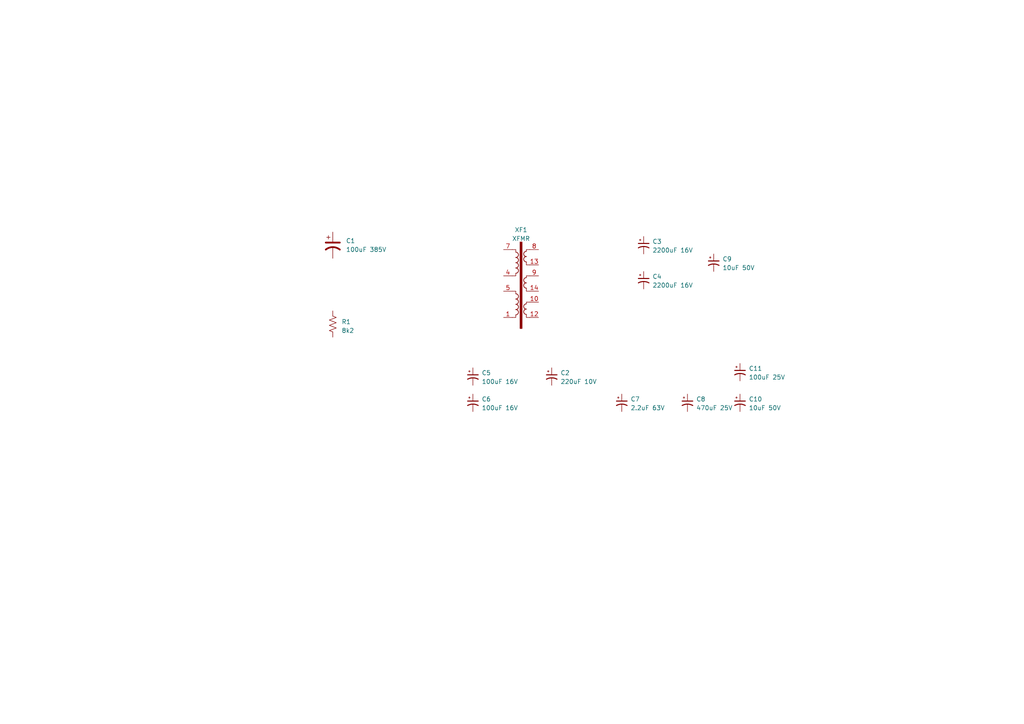
<source format=kicad_sch>
(kicad_sch (version 20230121) (generator eeschema)
  (paper "A4")
  (lib_symbols
    (symbol "Device:C_Polarized_Small_US" (pin_numbers hide) (pin_names (offset 0.254) hide)
      (property "Reference" "C" (at 0.254 1.778 0))
      (property "Value" "C_Polarized_Small_US" (at 0.254 -2.032 0))
      (symbol "C_Polarized_Small_US_0_1"
        (polyline (pts (xy -1.524 0.508) (xy 1.524 0.508)) (stroke (width 0.3048)))
        (polyline (pts (xy -1.27 1.524) (xy -0.762 1.524)))
        (polyline (pts (xy -1.016 1.27) (xy -1.016 1.778)))
        (arc (start 1.524 -0.762) (mid 0 -0.3734) (end -1.524 -0.762) (stroke (width 0.3048)))
      )
      (symbol "C_Polarized_Small_US_1_1"
        (pin passive line (at 0 2.54 270) (length 2.032) (name "~") (number "1"))
        (pin passive line (at 0 -2.54 90) (length 2.032) (name "~") (number "2"))
      )
    )
    (symbol "Device:C_Polarized_US" (pin_numbers hide) (pin_names (offset 0.254) hide)
      (property "Reference" "C" (at 0.635 2.54 0))
      (property "Value" "C_Polarized_US" (at 0.635 -2.54 0))
      (symbol "C_Polarized_US_0_1"
        (polyline (pts (xy -2.032 0.762) (xy 2.032 0.762)) (stroke (width 0.508)))
        (polyline (pts (xy -1.778 2.286) (xy -0.762 2.286)))
        (polyline (pts (xy -1.27 1.778) (xy -1.27 2.794)))
        (arc (start 2.032 -1.27) (mid 0 -0.5572) (end -2.032 -1.27) (stroke (width 0.508)))
      )
      (symbol "C_Polarized_US_1_1"
        (pin passive line (at 0 3.81 270) (length 2.794) (name "~") (number "1"))
        (pin passive line (at 0 -3.81 90) (length 3.302) (name "~") (number "2"))
      )
    )
    (symbol "Device:R_US" (pin_numbers hide) (pin_names (offset 0))
      (property "Reference" "R" (at 2.54 0 90))
      (property "Value" "R_US" (at -2.54 0 90))
      (symbol "R_US_0_1"
        (polyline (pts (xy 0 -2.286) (xy 0 -2.54)))
        (polyline (pts (xy 0 2.286) (xy 0 2.54)))
        (polyline (pts (xy 0 -0.762) (xy 1.016 -1.143) (xy 0 -1.524) (xy -1.016 -1.905) (xy 0 -2.286)))
        (polyline (pts (xy 0 0.762) (xy 1.016 0.381) (xy 0 0) (xy -1.016 -0.381) (xy 0 -0.762)))
        (polyline (pts (xy 0 2.286) (xy 1.016 1.905) (xy 0 1.524) (xy -1.016 1.143) (xy 0 0.762)))
      )
      (symbol "R_US_1_1"
        (pin passive line (at 0 3.81 270) (length 1.27) (name "~") (number "1"))
        (pin passive line (at 0 -3.81 90) (length 1.27) (name "~") (number "2"))
      )
    )
    (symbol "cpc1-psu:XFMR" (pin_names (offset 0))
      (property "Reference" "XF" (at 0 -15.24 0))
      (property "Value" "XFMR" (at 0 13.335 0))
      (symbol "XFMR_0_1"
        (arc (start -1.524 -9.398) (mid -0.7653 -8.636) (end -1.524 -7.874) (stroke (width 0.2032)))
        (arc (start -1.524 -7.874) (mid -0.7653 -7.112) (end -1.524 -6.35) (stroke (width 0.2032)))
        (arc (start -1.524 -6.35) (mid -0.7653 -5.588) (end -1.524 -4.826) (stroke (width 0.2032)))
        (arc (start -1.524 -4.826) (mid -0.7653 -4.064) (end -1.524 -3.302) (stroke (width 0.2032)))
        (arc (start -1.524 2.667) (mid -0.7653 3.429) (end -1.524 4.191) (stroke (width 0.2032)))
        (arc (start -1.524 4.191) (mid -0.7653 4.953) (end -1.524 5.715) (stroke (width 0.2032)))
        (arc (start -1.524 5.715) (mid -0.7653 6.477) (end -1.524 7.239) (stroke (width 0.2032)))
        (arc (start -1.524 7.239) (mid -0.7653 8.001) (end -1.524 8.763) (stroke (width 0.2032)))
        (rectangle (start -0.254 11.684) (end 0.254 -13.335) (stroke (width 0.254)) (fill (type outline)))
        (polyline (pts (xy 1.524 5.715) (xy 1.524 5.588)))
        (polyline (pts (xy 1.524 5.588) (xy 1.524 5.08) (xy 2.54 5.08)))
        (polyline (pts (xy 1.524 5.969) (xy 1.524 5.715) (xy 1.524 5.969)))
        (polyline (pts (xy -1.524 -9.398) (xy -1.524 -10.16) (xy -2.54 -10.16) (xy -2.54 -10.16)))
        (polyline (pts (xy -1.524 2.667) (xy -1.524 1.905) (xy -2.54 1.905) (xy -2.54 1.905)))
        (polyline (pts (xy 1.524 9.017) (xy 1.524 9.525) (xy 2.54 9.525) (xy 2.54 9.525)))
        (polyline (pts (xy -1.524 -3.302) (xy -1.524 -2.54) (xy -2.54 -2.54) (xy -2.54 -2.54) (xy -2.54 -2.54) (xy -2.54 -2.54)))
        (polyline (pts (xy -1.524 8.763) (xy -1.524 9.525) (xy -2.54 9.525) (xy -2.54 9.525) (xy -2.54 9.525) (xy -2.54 9.525)))
        (arc (start 1.524 7.493) (mid 0.7653 6.731) (end 1.524 5.969) (stroke (width 0.2032)))
        (arc (start 1.524 9.017) (mid 0.7653 8.255) (end 1.524 7.493) (stroke (width 0.2032)))
      )
      (symbol "XFMR_1_1"
        (polyline (pts (xy 1.524 -9.525) (xy 1.524 -9.652)))
        (polyline (pts (xy 1.524 -1.905) (xy 1.524 -2.032)))
        (polyline (pts (xy 1.524 -9.652) (xy 1.524 -10.16) (xy 2.54 -10.16)))
        (polyline (pts (xy 1.524 -9.271) (xy 1.524 -9.525) (xy 1.524 -9.271)))
        (polyline (pts (xy 1.524 -2.032) (xy 1.524 -2.54) (xy 2.54 -2.54)))
        (polyline (pts (xy 1.524 -1.651) (xy 1.524 -1.905) (xy 1.524 -1.651)))
        (polyline (pts (xy 1.524 -6.223) (xy 1.524 -5.715) (xy 2.54 -5.715) (xy 2.54 -5.715)))
        (polyline (pts (xy 1.524 1.397) (xy 1.524 1.905) (xy 2.54 1.905) (xy 2.54 1.905)))
        (arc (start 1.524 -7.747) (mid 0.7653 -8.509) (end 1.524 -9.271) (stroke (width 0.2032)))
        (arc (start 1.524 -6.223) (mid 0.7653 -6.985) (end 1.524 -7.747) (stroke (width 0.2032)))
        (arc (start 1.524 -0.127) (mid 0.7653 -0.889) (end 1.524 -1.651) (stroke (width 0.2032)))
        (arc (start 1.524 1.397) (mid 0.7653 0.635) (end 1.524 -0.127) (stroke (width 0.2032)))
        (pin passive line (at -5.08 -10.16 0) (length 2.54) (name "~") (number "1"))
        (pin passive line (at 5.08 -5.715 180) (length 2.54) (name "~") (number "10"))
        (pin passive line (at 5.08 -10.16 180) (length 2.54) (name "~") (number "12"))
        (pin passive line (at 5.08 5.08 180) (length 2.54) (name "~") (number "13"))
        (pin passive line (at 5.08 -2.54 180) (length 2.54) (name "~") (number "14"))
        (pin passive line (at -5.08 1.905 0) (length 2.54) (name "~") (number "4"))
        (pin passive line (at -5.08 -2.54 0) (length 2.54) (name "~") (number "5"))
        (pin passive line (at -5.08 9.525 0) (length 2.54) (name "~") (number "7"))
        (pin passive line (at 5.08 9.525 180) (length 2.54) (name "~") (number "8"))
        (pin passive line (at 5.08 1.905 180) (length 2.54) (name "~") (number "9"))
      )
    )
  )
  (symbol (lib_id "Device:C_Polarized_Small_US") (at 199.39 116.84 0) (unit 1)
    (property "Reference" "C8" (at 201.93 115.7732 0) (effects (justify left)))
    (property "Value" "470uF 25V" (at 201.93 118.3132 0) (effects (justify left)))
    (property "Footprint" "Capacitor_THT:CP_Radial_D10.0mm_P5.00mm" (effects hide))
    (property "Datasheet" "http://industrial.panasonic.com/cdbs/www-data/pdf/RDF0000/ABA0000C1024.pdf" (effects hide))
    (property "Farnell" "2079147" (effects hide))
  )
  (symbol (lib_id "Device:C_Polarized_Small_US") (at 214.63 107.95 0) (unit 1)
    (property "Reference" "C11" (at 217.17 106.8832 0) (effects (justify left)))
    (property "Value" "100uF 25V" (at 217.17 109.4232 0) (effects (justify left)))
    (property "Footprint" "Capacitor_THT:CP_Radial_D5.0mm_P2.00mm" (effects hide))
    (property "Datasheet" "https://4donline.ihs.com/images/VipMasterIC/IC/PANA/PANA-S-A0017226361/PANA-S-A0017230245-1.pdf?hkey=6D3A4C79FDBF58556ACFDE234799DDF0" (effects hide))
    (property "Farnell" "2805620" (effects hide))
  )
  (symbol (lib_id "cpc1-psu:XFMR") (at 151.13 81.915 0) (unit 1)
    (property "Reference" "XF1" (at 151.13 66.675 0))
    (property "Value" "XFMR" (at 151.13 69.215 0))
    (property "Footprint" "CPC1-PSU:Transformer" (effects hide))
  )
  (symbol (lib_id "Device:C_Polarized_Small_US") (at 137.16 109.22 0) (unit 1)
    (property "Reference" "C5" (at 139.7 108.1532 0) (effects (justify left)))
    (property "Value" "100uF 16V" (at 139.7 110.6932 0) (effects (justify left)))
    (property "Footprint" "Capacitor_THT:CP_Radial_D12.5mm_P5.00mm" (effects hide))
    (property "Datasheet" "https://4donline.ihs.com/images/VipMasterIC/IC/PANA/PANA-S-A0009426292/PANA-S-A0009426292-1.pdf?hkey=6D3A4C79FDBF58556ACFDE234799DDF0" (effects hide))
    (property "Farnell" "8767254" (effects hide))
  )
  (symbol (lib_id "Device:C_Polarized_Small_US") (at 137.16 116.84 0) (unit 1)
    (property "Reference" "C6" (at 139.7 115.7732 0) (effects (justify left)))
    (property "Value" "100uF 16V" (at 139.7 118.3132 0) (effects (justify left)))
    (property "Footprint" "Capacitor_THT:CP_Radial_D12.5mm_P5.00mm" (effects hide))
    (property "Datasheet" "https://4donline.ihs.com/images/VipMasterIC/IC/PANA/PANA-S-A0009426292/PANA-S-A0009426292-1.pdf?hkey=6D3A4C79FDBF58556ACFDE234799DDF0" (effects hide))
    (property "Farnell" "8767254" (effects hide))
  )
  (symbol (lib_id "Device:C_Polarized_Small_US") (at 160.02 109.22 0) (unit 1)
    (property "Reference" "C2" (at 162.56 108.1532 0) (effects (justify left)))
    (property "Value" "220uF 10V" (at 162.56 110.6932 0) (effects (justify left)))
    (property "Footprint" "Capacitor_THT:CP_Radial_D10.0mm_P5.00mm" (effects hide))
    (property "Datasheet" "https://www.farnell.com/datasheets/2820375.pdf" (effects hide))
    (property "Farnell" "2063065" (effects hide))
  )
  (symbol (lib_id "Device:C_Polarized_Small_US") (at 186.69 81.28 0) (unit 1)
    (property "Reference" "C4" (at 189.23 80.2132 0) (effects (justify left)))
    (property "Value" "2200uF 16V" (at 189.23 82.7532 0) (effects (justify left)))
    (property "Footprint" "Capacitor_THT:CP_Radial_D18.0mm_P7.50mm" (effects hide))
    (property "Datasheet" "https://www.farnell.com/datasheets/2820375.pdf" (effects hide))
    (property "Farnell" "2508122" (effects hide))
  )
  (symbol (lib_id "Device:C_Polarized_Small_US") (at 214.63 116.84 0) (unit 1)
    (property "Reference" "C10" (at 217.17 115.7732 0) (effects (justify left)))
    (property "Value" "10uF 50V" (at 217.17 118.3132 0) (effects (justify left)))
    (property "Footprint" "Capacitor_THT:CP_Radial_D5.0mm_P2.00mm" (effects hide))
    (property "Datasheet" "https://www.farnell.com/datasheets/3979591.pdf" (effects hide))
    (property "Farnell" "2217568" (effects hide))
  )
  (symbol (lib_id "Device:R_US") (at 96.52 93.98 0) (unit 1)
    (property "Reference" "R1" (at 99.06 93.345 0) (effects (justify left)))
    (property "Value" "8k2" (at 99.06 95.885 0) (effects (justify left)))
    (property "Footprint" "Resistor_THT:R_Axial_DIN0922_L20.0mm_D9.0mm_P25.40mm_Horizontal" (effects hide))
    (property "Datasheet" "https://4donline.ihs.com/images/VipMasterIC/IC/VISH/VISH-S-A0011539484/VISH-S-A0011539484-1.pdf?hkey=6D3A4C79FDBF58556ACFDE234799DDF0" (effects hide))
    (property "Farnell" "1735169" (effects hide))
  )
  (symbol (lib_id "Device:C_Polarized_Small_US") (at 180.34 116.84 0) (unit 1)
    (property "Reference" "C7" (at 182.88 115.7732 0) (effects (justify left)))
    (property "Value" "2.2uF 63V" (at 182.88 118.3132 0) (effects (justify left)))
    (property "Footprint" "Capacitor_THT:CP_Radial_D5.0mm_P2.00mm" (effects hide))
    (property "Datasheet" "https://4donline.ihs.com/images/VipMasterIC/IC/VISH/VISH-S-A0015955560/VISH-S-A0015955568-1.pdf?hkey=6D3A4C79FDBF58556ACFDE234799DDF0" (effects hide))
    (property "Farnell" "2859815" (effects hide))
  )
  (symbol (lib_id "Device:C_Polarized_US") (at 96.52 71.12 0) (unit 1)
    (property "Reference" "C1" (at 100.33 69.85 0) (effects (justify left)))
    (property "Value" "100uF 385V" (at 100.33 72.39 0) (effects (justify left)))
    (property "Footprint" "Capacitor_THT:CP_Radial_D26.0mm_P10.00mm_SnapIn" (effects hide))
    (property "Datasheet" "https://www.farnell.com/datasheets/1879942.pdf" (effects hide))
    (property "Farnell" "1839321" (effects hide))
  )
  (symbol (lib_id "Device:C_Polarized_Small_US") (at 207.01 76.2 0) (unit 1)
    (property "Reference" "C9" (at 209.55 75.1332 0) (effects (justify left)))
    (property "Value" "10uF 50V" (at 209.55 77.6732 0) (effects (justify left)))
    (property "Footprint" "Capacitor_THT:CP_Radial_D5.0mm_P2.00mm" (effects hide))
    (property "Datasheet" "https://www.farnell.com/datasheets/3979591.pdf" (effects hide))
    (property "Farnell" "2217568" (effects hide))
  )
  (symbol (lib_id "Device:C_Polarized_Small_US") (at 186.69 71.12 0) (unit 1)
    (property "Reference" "C3" (at 189.23 70.0532 0) (effects (justify left)))
    (property "Value" "2200uF 16V" (at 189.23 72.5932 0) (effects (justify left)))
    (property "Footprint" "Capacitor_THT:CP_Radial_D18.0mm_P7.50mm" (effects hide))
    (property "Datasheet" "https://www.farnell.com/datasheets/2820375.pdf" (effects hide))
    (property "Farnell" "2508122" (effects hide))
  )
)
</source>
